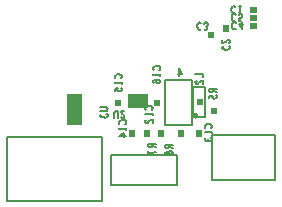
<source format=gbo>
G04 ================== begin FILE IDENTIFICATION RECORD ==================*
G04 Layout Name:  C:/Users/msahadat3/Dropbox/GATech/eTDS_PCB/allegro/ETDS_PCB_V1_4.brd*
G04 Film Name:    SILKSCREEN_BOTTOM*
G04 File Format:  Gerber RS274X*
G04 File Origin:  Cadence Allegro 16.6-2015-S056*
G04 Origin Date:  Mon Oct 12 16:32:23 2015*
G04 *
G04 Layer:  REF DES/SILKSCREEN_BOTTOM*
G04 Layer:  PACKAGE GEOMETRY/SILKSCREEN_BOTTOM*
G04 Layer:  BOARD GEOMETRY/SILKSCREEN_BOTTOM*
G04 *
G04 Offset:    (0.00 0.00)*
G04 Mirror:    No*
G04 Mode:      Positive*
G04 Rotation:  0*
G04 FullContactRelief:  No*
G04 UndefLineWidth:     5.00*
G04 ================== end FILE IDENTIFICATION RECORD ====================*
%FSLAX25Y25*MOIN*%
%IR0*IPPOS*OFA0.00000B0.00000*MIA0B0*SFA1.00000B1.00000*%
%ADD10C,.005*%
G75*
%LPD*%
G75*
G36*
G01X770200Y1683100D02*
X775200D01*
Y1673000D01*
X770200D01*
Y1683100D01*
G37*
G36*
G01X786300Y1681300D02*
X788300D01*
Y1679100D01*
X786300D01*
Y1681300D01*
G37*
G36*
G01X795800Y1671200D02*
X797800D01*
Y1669000D01*
X795800D01*
Y1671200D01*
G37*
G36*
G01X790800D02*
X792800D01*
Y1669000D01*
X790800D01*
Y1671200D01*
G37*
G36*
G01X799300Y1681300D02*
X801300D01*
Y1679100D01*
X799300D01*
Y1681300D01*
G37*
G36*
G01X790500Y1678400D02*
Y1683200D01*
X797400D01*
Y1678400D01*
X790500D01*
G37*
G36*
G01X807200Y1671200D02*
X809200D01*
Y1669000D01*
X807200D01*
Y1671200D01*
G37*
G36*
G01X800700D02*
X802700D01*
Y1669000D01*
X800700D01*
Y1671200D01*
G37*
G36*
G01X813300D02*
X815300D01*
Y1669000D01*
X813300D01*
Y1671200D01*
G37*
G36*
G01X814000Y1676000D02*
G03I-1000J0D01*
G37*
G36*
G01X818300Y1678600D02*
X820300D01*
Y1676400D01*
X818300D01*
Y1678600D01*
G37*
G36*
G01X813500Y1681700D02*
X815500D01*
Y1679500D01*
X813500D01*
Y1681700D01*
G37*
G36*
G01X817200Y1701900D02*
Y1703900D01*
X819400D01*
Y1701900D01*
X817200D01*
G37*
G36*
G01X824300Y1703900D02*
X822300D01*
Y1706100D01*
X824300D01*
Y1703900D01*
G37*
G36*
G01X831300Y1704900D02*
Y1706900D01*
X833500D01*
Y1704900D01*
X831300D01*
G37*
G36*
G01Y1710300D02*
Y1712300D01*
X833500D01*
Y1710300D01*
X831300D01*
G37*
G36*
G01Y1707700D02*
Y1709700D01*
X833500D01*
Y1707700D01*
X831300D01*
G37*
G54D10*
G01X781800Y1647450D02*
Y1669050D01*
X750400D01*
Y1647450D01*
X781800D01*
G01X784800Y1653000D02*
Y1663000D01*
X806800D01*
Y1653000D01*
X784800D01*
G01X781300Y1678787D02*
X783092D01*
X783467Y1678680D01*
X783717Y1678467D01*
X783800Y1678200D01*
X783717Y1677933D01*
X783467Y1677720D01*
X783092Y1677613D01*
X781300D01*
G01X783300Y1676587D02*
X783592Y1676427D01*
X783758Y1676213D01*
X783800Y1675973D01*
X783758Y1675760D01*
X783550Y1675547D01*
X783300Y1675413D01*
X783050Y1675387D01*
X782758Y1675440D01*
X782550Y1675627D01*
X782467Y1675813D01*
Y1676053D01*
G01Y1675813D02*
X782342Y1675653D01*
X782133Y1675520D01*
X781883Y1675467D01*
X781633Y1675520D01*
X781425Y1675653D01*
X781300Y1675893D01*
X781342Y1676133D01*
X781508Y1676373D01*
G01X786013Y1675100D02*
Y1676892D01*
X786120Y1677267D01*
X786333Y1677517D01*
X786600Y1677600D01*
X786867Y1677517D01*
X787080Y1677267D01*
X787187Y1676892D01*
Y1675100D01*
G01X788293Y1675517D02*
X788453Y1675267D01*
X788640Y1675142D01*
X788853Y1675100D01*
X789120Y1675183D01*
X789307Y1675392D01*
X789360Y1675642D01*
X789333Y1675892D01*
X789227Y1676100D01*
X788693Y1676517D01*
X788453Y1676808D01*
X788293Y1677225D01*
X788240Y1677600D01*
X789360D01*
G01X786308Y1688513D02*
X786183Y1688673D01*
X786100Y1688860D01*
Y1689073D01*
X786225Y1689313D01*
X786433Y1689500D01*
X786683Y1689633D01*
X787100Y1689740D01*
X787475Y1689767D01*
X787850Y1689713D01*
X788100Y1689633D01*
X788350Y1689473D01*
X788517Y1689287D01*
X788600Y1689100D01*
Y1688913D01*
X788517Y1688727D01*
X788392Y1688567D01*
X788225Y1688433D01*
G01X788600Y1686900D02*
X786100D01*
X786600Y1687220D01*
G01X788600D02*
Y1686580D01*
G01X788225Y1685287D02*
X788433Y1685127D01*
X788558Y1684940D01*
X788600Y1684700D01*
X788517Y1684460D01*
X788350Y1684273D01*
X788058Y1684140D01*
X787725Y1684113D01*
X787392Y1684167D01*
X787183Y1684300D01*
X787017Y1684487D01*
X786975Y1684673D01*
X787017Y1684860D01*
X787183Y1685100D01*
X786100Y1685020D01*
Y1684300D01*
G01X799800Y1666533D02*
X797300D01*
Y1665867D01*
X797425Y1665653D01*
X797592Y1665520D01*
X797925Y1665467D01*
X798258Y1665520D01*
X798467Y1665680D01*
X798592Y1665867D01*
Y1666533D01*
G01Y1665867D02*
X799800Y1665467D01*
G01Y1663853D02*
X799258Y1663800D01*
X798800Y1663720D01*
X798383Y1663613D01*
X797925Y1663480D01*
X797300Y1663267D01*
Y1664333D01*
G01X796508Y1678013D02*
X796383Y1678173D01*
X796300Y1678360D01*
Y1678573D01*
X796425Y1678813D01*
X796633Y1679000D01*
X796883Y1679133D01*
X797300Y1679240D01*
X797675Y1679267D01*
X798050Y1679213D01*
X798300Y1679133D01*
X798550Y1678973D01*
X798717Y1678787D01*
X798800Y1678600D01*
Y1678413D01*
X798717Y1678227D01*
X798592Y1678067D01*
X798425Y1677933D01*
G01X798800Y1676400D02*
X796300D01*
X796800Y1676720D01*
G01X798800D02*
Y1676080D01*
G01X796717Y1674707D02*
X796467Y1674547D01*
X796342Y1674360D01*
X796300Y1674147D01*
X796383Y1673880D01*
X796592Y1673693D01*
X796842Y1673640D01*
X797092Y1673667D01*
X797300Y1673773D01*
X797717Y1674307D01*
X798008Y1674547D01*
X798425Y1674707D01*
X798800Y1674760D01*
Y1673640D01*
G01X787708Y1673313D02*
X787583Y1673473D01*
X787500Y1673660D01*
Y1673873D01*
X787625Y1674113D01*
X787833Y1674300D01*
X788083Y1674433D01*
X788500Y1674540D01*
X788875Y1674567D01*
X789250Y1674513D01*
X789500Y1674433D01*
X789750Y1674273D01*
X789917Y1674087D01*
X790000Y1673900D01*
Y1673713D01*
X789917Y1673527D01*
X789792Y1673367D01*
X789625Y1673233D01*
G01X790000Y1671700D02*
X787500D01*
X788000Y1672020D01*
G01X790000D02*
Y1671380D01*
G01Y1669180D02*
X787500D01*
X789292Y1670167D01*
Y1668833D01*
G01X799108Y1691313D02*
X798983Y1691473D01*
X798900Y1691660D01*
Y1691873D01*
X799025Y1692113D01*
X799233Y1692300D01*
X799483Y1692433D01*
X799900Y1692540D01*
X800275Y1692567D01*
X800650Y1692513D01*
X800900Y1692433D01*
X801150Y1692273D01*
X801317Y1692087D01*
X801400Y1691900D01*
Y1691713D01*
X801317Y1691527D01*
X801192Y1691367D01*
X801025Y1691233D01*
G01X801400Y1689700D02*
X798900D01*
X799400Y1690020D01*
G01X801400D02*
Y1689380D01*
G01X800358Y1688007D02*
X800067Y1687820D01*
X799900Y1687660D01*
X799817Y1687447D01*
X799900Y1687260D01*
X800067Y1687127D01*
X800317Y1687020D01*
X800608Y1686993D01*
X800858Y1687020D01*
X801108Y1687127D01*
X801317Y1687287D01*
X801400Y1687473D01*
X801317Y1687687D01*
X801067Y1687873D01*
X800692Y1687980D01*
X800275Y1688007D01*
X799733Y1687953D01*
X799442Y1687873D01*
X799150Y1687740D01*
X798942Y1687553D01*
X798900Y1687367D01*
X798983Y1687180D01*
X799192Y1687047D01*
G01X805500Y1666333D02*
X803000D01*
Y1665667D01*
X803125Y1665453D01*
X803292Y1665320D01*
X803625Y1665267D01*
X803958Y1665320D01*
X804167Y1665480D01*
X804292Y1665667D01*
Y1666333D01*
G01Y1665667D02*
X805500Y1665267D01*
G01X804458Y1664107D02*
X804167Y1663920D01*
X804000Y1663760D01*
X803917Y1663547D01*
X804000Y1663360D01*
X804167Y1663227D01*
X804417Y1663120D01*
X804708Y1663093D01*
X804958Y1663120D01*
X805208Y1663227D01*
X805417Y1663387D01*
X805500Y1663573D01*
X805417Y1663787D01*
X805167Y1663973D01*
X804792Y1664080D01*
X804375Y1664107D01*
X803833Y1664053D01*
X803542Y1663973D01*
X803250Y1663840D01*
X803042Y1663653D01*
X803000Y1663467D01*
X803083Y1663280D01*
X803292Y1663147D01*
G01X812300Y1685500D02*
X816300D01*
Y1675500D01*
X812300D01*
Y1685500D01*
G01X812000Y1688000D02*
Y1673000D01*
X803000D01*
Y1688000D01*
X812000D01*
G01X813000Y1689933D02*
X815500D01*
Y1688867D01*
G01X813417Y1687707D02*
X813167Y1687547D01*
X813042Y1687360D01*
X813000Y1687147D01*
X813083Y1686880D01*
X813292Y1686693D01*
X813542Y1686640D01*
X813792Y1686667D01*
X814000Y1686773D01*
X814417Y1687307D01*
X814708Y1687547D01*
X815125Y1687707D01*
X815500Y1687760D01*
Y1686640D01*
G01X807480Y1689300D02*
Y1691800D01*
X808467Y1690008D01*
X807133D01*
G01X818600Y1669600D02*
X839600D01*
Y1654500D01*
X818600D01*
Y1669600D01*
G01X816308Y1672013D02*
X816183Y1672173D01*
X816100Y1672360D01*
Y1672573D01*
X816225Y1672813D01*
X816433Y1673000D01*
X816683Y1673133D01*
X817100Y1673240D01*
X817475Y1673267D01*
X817850Y1673213D01*
X818100Y1673133D01*
X818350Y1672973D01*
X818517Y1672787D01*
X818600Y1672600D01*
Y1672413D01*
X818517Y1672227D01*
X818392Y1672067D01*
X818225Y1671933D01*
G01X818600Y1670400D02*
X816100D01*
X816600Y1670720D01*
G01X818600D02*
Y1670080D01*
G01X818100Y1668787D02*
X818392Y1668627D01*
X818558Y1668413D01*
X818600Y1668173D01*
X818558Y1667960D01*
X818350Y1667747D01*
X818100Y1667613D01*
X817850Y1667587D01*
X817558Y1667640D01*
X817350Y1667827D01*
X817267Y1668013D01*
Y1668253D01*
G01Y1668013D02*
X817142Y1667853D01*
X816933Y1667720D01*
X816683Y1667667D01*
X816433Y1667720D01*
X816225Y1667853D01*
X816100Y1668093D01*
X816142Y1668333D01*
X816308Y1668573D01*
G01X820200Y1685033D02*
X817700D01*
Y1684367D01*
X817825Y1684153D01*
X817992Y1684020D01*
X818325Y1683967D01*
X818658Y1684020D01*
X818867Y1684180D01*
X818992Y1684367D01*
Y1685033D01*
G01Y1684367D02*
X820200Y1683967D01*
G01X819825Y1682887D02*
X820033Y1682727D01*
X820158Y1682540D01*
X820200Y1682300D01*
X820117Y1682060D01*
X819950Y1681873D01*
X819658Y1681740D01*
X819325Y1681713D01*
X818992Y1681767D01*
X818783Y1681900D01*
X818617Y1682087D01*
X818575Y1682273D01*
X818617Y1682460D01*
X818783Y1682700D01*
X817700Y1682620D01*
Y1681900D01*
G01X814887Y1704808D02*
X814727Y1704683D01*
X814540Y1704600D01*
X814327D01*
X814087Y1704725D01*
X813900Y1704933D01*
X813767Y1705183D01*
X813660Y1705600D01*
X813633Y1705975D01*
X813687Y1706350D01*
X813767Y1706600D01*
X813927Y1706850D01*
X814113Y1707017D01*
X814300Y1707100D01*
X814487D01*
X814673Y1707017D01*
X814833Y1706892D01*
X814967Y1706725D01*
G01X815913Y1706600D02*
X816073Y1706892D01*
X816287Y1707058D01*
X816527Y1707100D01*
X816740Y1707058D01*
X816953Y1706850D01*
X817087Y1706600D01*
X817113Y1706350D01*
X817060Y1706058D01*
X816873Y1705850D01*
X816687Y1705767D01*
X816447D01*
G01X816687D02*
X816847Y1705642D01*
X816980Y1705433D01*
X817033Y1705183D01*
X816980Y1704933D01*
X816847Y1704725D01*
X816607Y1704600D01*
X816367Y1704642D01*
X816127Y1704808D01*
G01X824292Y1699187D02*
X824417Y1699027D01*
X824500Y1698840D01*
Y1698627D01*
X824375Y1698387D01*
X824167Y1698200D01*
X823917Y1698067D01*
X823500Y1697960D01*
X823125Y1697933D01*
X822750Y1697987D01*
X822500Y1698067D01*
X822250Y1698227D01*
X822083Y1698413D01*
X822000Y1698600D01*
Y1698787D01*
X822083Y1698973D01*
X822208Y1699133D01*
X822375Y1699267D01*
G01X824083Y1700293D02*
X824333Y1700453D01*
X824458Y1700640D01*
X824500Y1700853D01*
X824417Y1701120D01*
X824208Y1701307D01*
X823958Y1701360D01*
X823708Y1701333D01*
X823500Y1701227D01*
X823083Y1700693D01*
X822792Y1700453D01*
X822375Y1700293D01*
X822000Y1700240D01*
Y1701360D01*
G01X826487Y1705008D02*
X826327Y1704883D01*
X826140Y1704800D01*
X825927D01*
X825687Y1704925D01*
X825500Y1705133D01*
X825367Y1705383D01*
X825260Y1705800D01*
X825233Y1706175D01*
X825287Y1706550D01*
X825367Y1706800D01*
X825527Y1707050D01*
X825713Y1707217D01*
X825900Y1707300D01*
X826087D01*
X826273Y1707217D01*
X826433Y1707092D01*
X826567Y1706925D01*
G01X828420Y1707300D02*
Y1704800D01*
X827433Y1706592D01*
X828767D01*
G01X826287Y1710308D02*
X826127Y1710183D01*
X825940Y1710100D01*
X825727D01*
X825487Y1710225D01*
X825300Y1710433D01*
X825167Y1710683D01*
X825060Y1711100D01*
X825033Y1711475D01*
X825087Y1711850D01*
X825167Y1712100D01*
X825327Y1712350D01*
X825513Y1712517D01*
X825700Y1712600D01*
X825887D01*
X826073Y1712517D01*
X826233Y1712392D01*
X826367Y1712225D01*
G01X827900Y1712600D02*
Y1710100D01*
X827580Y1710600D01*
G01Y1712600D02*
X828220D01*
G01X826387Y1707708D02*
X826227Y1707583D01*
X826040Y1707500D01*
X825827D01*
X825587Y1707625D01*
X825400Y1707833D01*
X825267Y1708083D01*
X825160Y1708500D01*
X825133Y1708875D01*
X825187Y1709250D01*
X825267Y1709500D01*
X825427Y1709750D01*
X825613Y1709917D01*
X825800Y1710000D01*
X825987D01*
X826173Y1709917D01*
X826333Y1709792D01*
X826467Y1709625D01*
G01X827413D02*
X827573Y1709833D01*
X827760Y1709958D01*
X828000Y1710000D01*
X828240Y1709917D01*
X828427Y1709750D01*
X828560Y1709458D01*
X828587Y1709125D01*
X828533Y1708792D01*
X828400Y1708583D01*
X828213Y1708417D01*
X828027Y1708375D01*
X827840Y1708417D01*
X827600Y1708583D01*
X827680Y1707500D01*
X828400D01*
M02*

</source>
